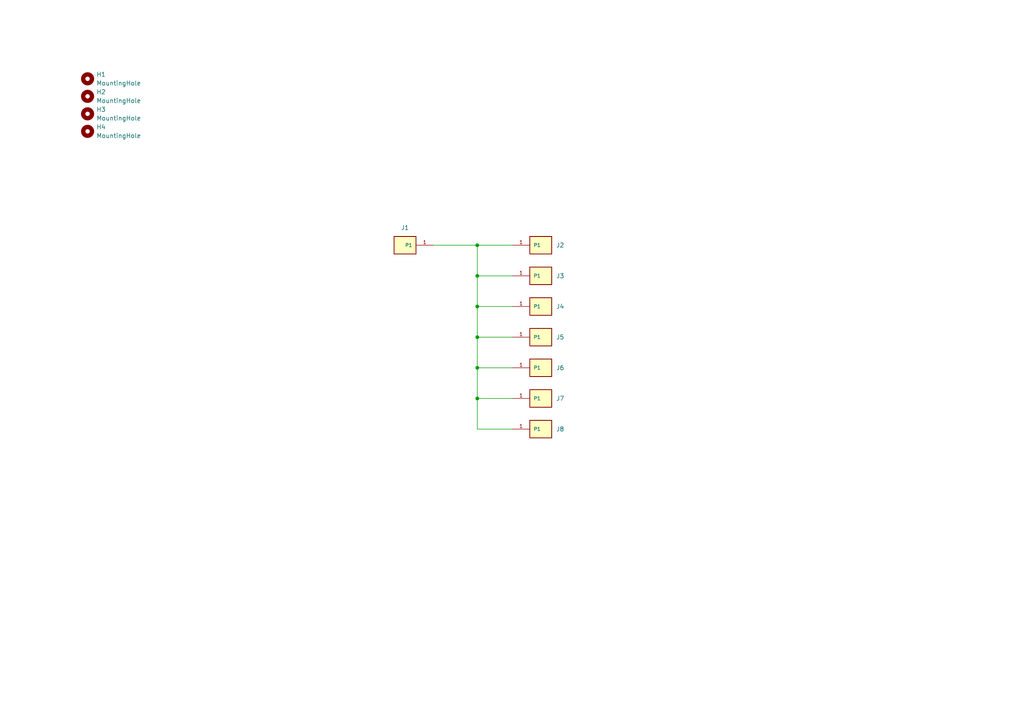
<source format=kicad_sch>
(kicad_sch (version 20211123) (generator eeschema)
  (paper "A4")
  (title_block (title "Light Distribution") (rev "A"))
  (lib_symbols
    (symbol "Mechanical:MountingHole" (pin_names (offset 1.016))
      (property "Reference" "H" (at 0 5.08 0))
      (property "Value" "MountingHole" (at 0 3.175 0))
      (symbol "MountingHole_0_1"
        (circle (center 0 0) (radius 1.27) (stroke (width 1.27)))
      )
    )
    (symbol "Toadly:TE_Faston_20-16AWG_Straight_Tab" (pin_names (offset 1.016))
      (property "Reference" "J" (at -3.81 3.81 0))
      (property "Value" "TE_Faston_20-16AWG_Straight_Tab" (at -5.08 -7.62 0))
      (symbol "TE_Faston_20-16AWG_Straight_Tab_0_0"
        (rectangle (start -2.54 2.54) (end 3.81 -2.54) (stroke (width 0.254)) (fill (type background)))
        (pin passive line (at -7.62 0 0) (length 5.08) (name "P1") (number "1"))
        (pin passive line (at -7.62 0 0) (length 5.08) hide (name "P1") (number "2"))
      )
    )
  )
  (junction (at 138.43 115.57))
  (junction (at 138.43 97.79))
  (junction (at 138.43 71.12))
  (junction (at 138.43 106.68))
  (junction (at 138.43 88.9))
  (junction (at 138.43 80.01))
  (wire (pts (xy 138.43 71.12) (xy 148.59 71.12)))
  (wire (pts (xy 138.43 97.79) (xy 148.59 97.79)))
  (wire (pts (xy 138.43 106.68) (xy 148.59 106.68)))
  (wire (pts (xy 138.43 115.57) (xy 138.43 124.46)))
  (wire (pts (xy 138.43 115.57) (xy 148.59 115.57)))
  (wire (pts (xy 138.43 80.01) (xy 138.43 88.9)))
  (wire (pts (xy 138.43 88.9) (xy 138.43 97.79)))
  (wire (pts (xy 138.43 71.12) (xy 138.43 80.01)))
  (wire (pts (xy 138.43 124.46) (xy 148.59 124.46)))
  (wire (pts (xy 125.73 71.12) (xy 138.43 71.12)))
  (wire (pts (xy 138.43 97.79) (xy 138.43 106.68)))
  (wire (pts (xy 138.43 88.9) (xy 148.59 88.9)))
  (wire (pts (xy 138.43 80.01) (xy 148.59 80.01)))
  (wire (pts (xy 138.43 106.68) (xy 138.43 115.57)))
  (symbol (lib_id "Mechanical:MountingHole") (at 25.4 27.94 0) (unit 1)
    (property "Reference" "H2" (at 27.94 26.6699 0) (effects (justify left)))
    (property "Value" "MountingHole" (at 27.94 29.2099 0) (effects (justify left)))
    (property "Footprint" "MountingHole:MountingHole_3.5mm" (effects hide))
  )
  (symbol (lib_id "Toadly:TE_Faston_20-16AWG_Straight_Tab") (at 156.21 124.46 0) (unit 1)
    (property "Reference" "J8" (at 161.29 124.4599 0) (effects (justify left)))
    (property "Value" "TE_Faston_20-16AWG_Straight_Tab" (effects hide))
    (property "Footprint" "TE_Faston_20-16AWG_Straight_Tab" (effects hide))
    (property "Comment" "Faston" (effects hide))
  )
  (symbol (lib_id "Mechanical:MountingHole") (at 25.4 22.86 0) (unit 1)
    (property "Reference" "H1" (at 27.94 21.5899 0) (effects (justify left)))
    (property "Value" "MountingHole" (at 27.94 24.1299 0) (effects (justify left)))
    (property "Footprint" "MountingHole:MountingHole_3.5mm" (effects hide))
  )
  (symbol (lib_id "Toadly:TE_Faston_20-16AWG_Straight_Tab") (at 156.21 97.79 0) (unit 1)
    (property "Reference" "J5" (at 161.29 97.7899 0) (effects (justify left)))
    (property "Value" "TE_Faston_20-16AWG_Straight_Tab" (effects hide))
    (property "Footprint" "TE_Faston_20-16AWG_Straight_Tab" (effects hide))
    (property "Comment" "Faston" (effects hide))
  )
  (symbol (lib_id "Toadly:TE_Faston_20-16AWG_Straight_Tab") (at 156.21 71.12 0) (unit 1)
    (property "Reference" "J2" (at 161.29 71.1199 0) (effects (justify left)))
    (property "Value" "TE_Faston_20-16AWG_Straight_Tab" (effects hide))
    (property "Footprint" "TE_Faston_20-16AWG_Straight_Tab" (effects hide))
    (property "Comment" "Faston" (effects hide))
  )
  (symbol (lib_id "Toadly:TE_Faston_20-16AWG_Straight_Tab") (at 118.11 71.12 180) (unit 1)
    (property "Reference" "J1" (at 117.475 66.04 0))
    (property "Value" "TE_Faston_20-16AWG_Straight_Tab" (effects hide))
    (property "Footprint" "TE_Faston_20-16AWG_Straight_Tab" (effects hide))
    (property "Comment" "Faston" (effects hide))
  )
  (symbol (lib_id "Toadly:TE_Faston_20-16AWG_Straight_Tab") (at 156.21 106.68 0) (unit 1)
    (property "Reference" "J6" (at 161.29 106.6799 0) (effects (justify left)))
    (property "Value" "TE_Faston_20-16AWG_Straight_Tab" (effects hide))
    (property "Footprint" "TE_Faston_20-16AWG_Straight_Tab" (effects hide))
    (property "Comment" "Faston" (effects hide))
  )
  (symbol (lib_id "Mechanical:MountingHole") (at 25.4 33.02 0) (unit 1)
    (property "Reference" "H3" (at 27.94 31.7499 0) (effects (justify left)))
    (property "Value" "MountingHole" (at 27.94 34.2899 0) (effects (justify left)))
    (property "Footprint" "MountingHole:MountingHole_3.5mm" (effects hide))
  )
  (symbol (lib_id "Toadly:TE_Faston_20-16AWG_Straight_Tab") (at 156.21 88.9 0) (unit 1)
    (property "Reference" "J4" (at 161.29 88.8999 0) (effects (justify left)))
    (property "Value" "TE_Faston_20-16AWG_Straight_Tab" (effects hide))
    (property "Footprint" "TE_Faston_20-16AWG_Straight_Tab" (effects hide))
    (property "Comment" "Faston" (effects hide))
  )
  (symbol (lib_id "Mechanical:MountingHole") (at 25.4 38.1 0) (unit 1)
    (property "Reference" "H4" (at 27.94 36.8299 0) (effects (justify left)))
    (property "Value" "MountingHole" (at 27.94 39.3699 0) (effects (justify left)))
    (property "Footprint" "MountingHole:MountingHole_3.5mm" (effects hide))
  )
  (symbol (lib_id "Toadly:TE_Faston_20-16AWG_Straight_Tab") (at 156.21 115.57 0) (unit 1)
    (property "Reference" "J7" (at 161.29 115.5699 0) (effects (justify left)))
    (property "Value" "TE_Faston_20-16AWG_Straight_Tab" (effects hide))
    (property "Footprint" "TE_Faston_20-16AWG_Straight_Tab" (effects hide))
    (property "Comment" "Faston" (effects hide))
  )
  (symbol (lib_id "Toadly:TE_Faston_20-16AWG_Straight_Tab") (at 156.21 80.01 0) (unit 1)
    (property "Reference" "J3" (at 161.29 80.0099 0) (effects (justify left)))
    (property "Value" "TE_Faston_20-16AWG_Straight_Tab" (effects hide))
    (property "Footprint" "TE_Faston_20-16AWG_Straight_Tab" (effects hide))
    (property "Comment" "Faston" (effects hide))
  )
)
</source>
